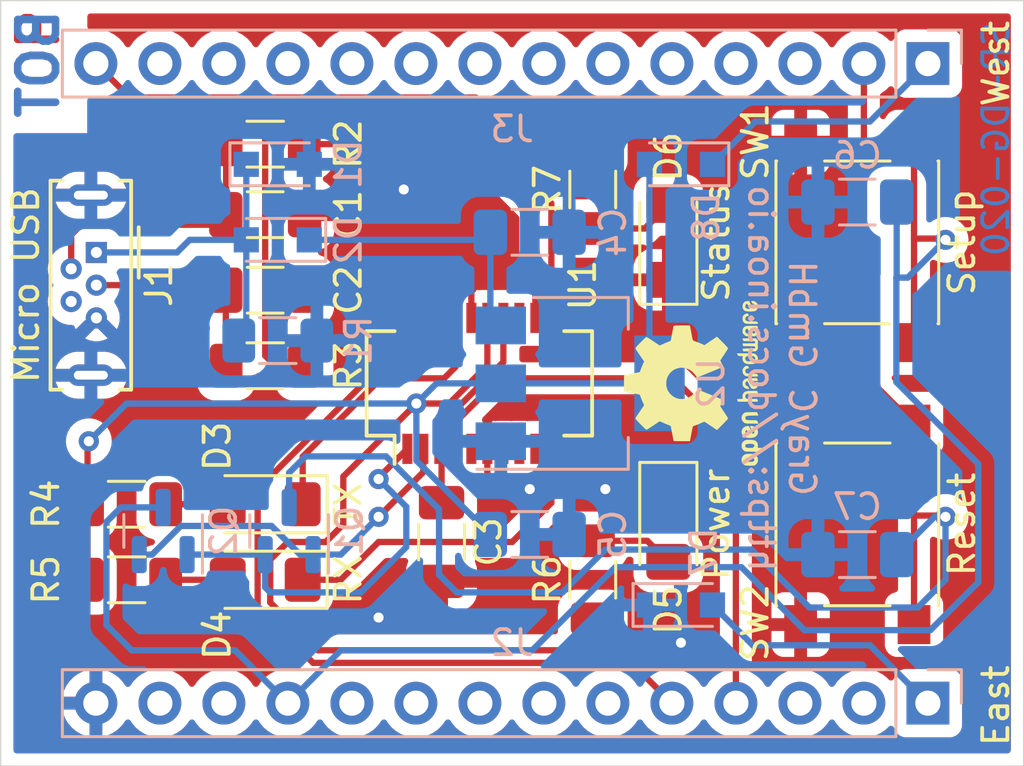
<source format=kicad_pcb>
(kicad_pcb (version 20211014) (generator pcbnew)
  (layers (0 "F.Cu" signal) (31 "B.Cu" signal) (34 "B.Paste" user) (35 "F.Paste" user) (36 "B.SilkS" user "B.Silkscreen") (37 "F.SilkS" user "F.Silkscreen") (38 "B.Mask" user) (39 "F.Mask" user) (44 "Edge.Cuts" user))
  (net 0 "")
  (net 1 "GND")
  (net 2 "Net-(C3-Pad1)")
  (net 3 "+3V3")
  (net 4 "Net-(D1-Pad1)")
  (net 5 "Net-(D3-Pad2)")
  (net 6 "Net-(C4-Pad1)")
  (net 7 "Panel_Setup")
  (net 8 "USB_DM")
  (net 9 "USB_DP")
  (net 10 "Panel_Reset")
  (net 11 "Net-(D5-Pad2)")
  (net 12 "TX_LED")
  (net 13 "Net-(D6-Pad2)")
  (net 14 "RX_LED")
  (net 15 "U0RXD")
  (net 16 "U0TXD")
  (net 17 "Net-(D4-Pad2)")
  (net 18 "Net-(D8-Pad1)")
  (net 29 "Panel_Status")
  (net 41 "Net-(R2-Pad1)")
  (net 42 "Net-(R3-Pad1)")
  (net 49 "Net-(D7-Pad2)")
  (net 50 "FT_~{RTS}")
  (net 51 "FT_~{DTR}")
  (footprint "Symbol:OSHW-Logo2_7.3x6mm_SilkScreen" (layer "F.Cu") (at 147.5 95.2 90)
    (fp_text reference "G1" hide)
    (fp_text value "Logo_Open_Hardware_Small" hide)
  )
  (footprint "Package_SO:SSOP-20_3.9x8.7mm_P0.635mm" (layer "F.Cu") (at 139 95.2 90)
    (fp_text reference "U1" (at 3.9 4.1 90) (layer "F.SilkS"))
    (fp_text value "FT231XS")
    (pad "1" smd rect locked (at -2.6 -2.8575 90) (size 1.2 0.4) (layers "F.Cu" "F.Paste" "F.Mask") (net 51 "FT_~{DTR}"))
    (pad "2" smd rect locked (at -2.6 -2.2225 90) (size 1.2 0.4) (layers "F.Cu" "F.Paste" "F.Mask") (net 50 "FT_~{RTS}"))
    (pad "3" smd rect locked (at -2.6 -1.5875 90) (size 1.2 0.4) (layers "F.Cu" "F.Paste" "F.Mask") (net 2 "Net-(C3-Pad1)"))
    (pad "4" smd rect locked (at -2.6 -0.9525 90) (size 1.2 0.4) (layers "F.Cu" "F.Paste" "F.Mask") (net 16 "U0TXD"))
    (pad "5" smd rect locked (at -2.6 -0.3175 90) (size 1.2 0.4) (layers "F.Cu" "F.Paste" "F.Mask"))
    (pad "6" smd rect locked (at -2.6 0.3175 90) (size 1.2 0.4) (layers "F.Cu" "F.Paste" "F.Mask") (net 1 "GND"))
    (pad "7" smd rect locked (at -2.6 0.9525 90) (size 1.2 0.4) (layers "F.Cu" "F.Paste" "F.Mask"))
    (pad "8" smd rect locked (at -2.6 1.5875 90) (size 1.2 0.4) (layers "F.Cu" "F.Paste" "F.Mask"))
    (pad "9" smd rect locked (at -2.6 2.2225 90) (size 1.2 0.4) (layers "F.Cu" "F.Paste" "F.Mask"))
    (pad "10" smd rect locked (at -2.6 2.8575 90) (size 1.2 0.4) (layers "F.Cu" "F.Paste" "F.Mask") (net 14 "RX_LED"))
    (pad "11" smd rect locked (at 2.6 2.8575 90) (size 1.2 0.4) (layers "F.Cu" "F.Paste" "F.Mask") (net 42 "Net-(R3-Pad1)"))
    (pad "12" smd rect locked (at 2.6 2.2225 90) (size 1.2 0.4) (layers "F.Cu" "F.Paste" "F.Mask") (net 41 "Net-(R2-Pad1)"))
    (pad "13" smd rect locked (at 2.6 1.5875 90) (size 1.2 0.4) (layers "F.Cu" "F.Paste" "F.Mask") (net 2 "Net-(C3-Pad1)"))
    (pad "14" smd rect locked (at 2.6 0.9525 90) (size 1.2 0.4) (layers "F.Cu" "F.Paste" "F.Mask") (net 2 "Net-(C3-Pad1)"))
    (pad "15" smd rect locked (at 2.6 0.3175 90) (size 1.2 0.4) (layers "F.Cu" "F.Paste" "F.Mask") (net 3 "+3V3"))
    (pad "16" smd rect locked (at 2.6 -0.3175 90) (size 1.2 0.4) (layers "F.Cu" "F.Paste" "F.Mask") (net 1 "GND"))
    (pad "17" smd rect locked (at 2.6 -0.9525 90) (size 1.2 0.4) (layers "F.Cu" "F.Paste" "F.Mask") (net 12 "TX_LED"))
    (pad "18" smd rect locked (at 2.6 -1.5875 90) (size 1.2 0.4) (layers "F.Cu" "F.Paste" "F.Mask"))
    (pad "19" smd rect locked (at 2.6 -2.2225 90) (size 1.2 0.4) (layers "F.Cu" "F.Paste" "F.Mask"))
    (pad "20" smd rect locked (at 2.6 -2.8575 90) (size 1.2 0.4) (layers "F.Cu" "F.Paste" "F.Mask") (net 15 "U0RXD"))
  )
  (footprint "Connector_USB:USB_Micro-B_Wuerth_614105150721_Vertical" (layer "F.Cu") (at 123.8 90 -90)
    (fp_text reference "J1" (at 1.3 -2.48 -90) (layer "F.SilkS"))
    (fp_text value "Micro USB" (at 1.3 2.8 -90) (layer "F.SilkS"))
    (pad "1" thru_hole rect (at 0 0 270) (size 0.84 0.84) (drill 0.44) (layers *.Cu *.Mask) (net 4 "Net-(D1-Pad1)"))
    (pad "2" thru_hole circle (at 0.65 1 270) (size 0.84 0.84) (drill 0.44) (layers *.Cu *.Mask) (net 8 "USB_DM"))
    (pad "3" thru_hole circle (at 1.3 0 270) (size 0.84 0.84) (drill 0.44) (layers *.Cu *.Mask) (net 9 "USB_DP"))
    (pad "4" thru_hole circle (at 1.95 1 270) (size 0.84 0.84) (drill 0.44) (layers *.Cu *.Mask))
    (pad "5" thru_hole circle (at 2.6 0 270) (size 0.84 0.84) (drill 0.44) (layers *.Cu *.Mask) (net 1 "GND"))
    (pad "6" thru_hole oval (at 4.875 0.22 270) (size 0.85 1.85) (drill oval 0.35 1.35) (layers *.Cu *.Mask) (net 1 "GND"))
    (pad "6" thru_hole oval (at -2.275 0.22 270) (size 0.85 1.85) (drill oval 0.35 1.35) (layers *.Cu *.Mask) (net 1 "GND"))
  )
  (footprint "Capacitor_SMD:C_1206_3216Metric_Pad1.33x1.80mm_HandSolder" (layer "F.Cu") (at 130.5 88.5)
    (fp_text reference "C1" (at 3.3 0 90) (layer "F.SilkS"))
    (fp_text value "47pF")
    (pad "1" smd roundrect locked (at -1.5625 0) (size 1.325 1.8) (layers "F.Cu" "F.Paste" "F.Mask") (roundrect_rratio 0.188679) (net 8 "USB_DM"))
    (pad "2" smd roundrect locked (at 1.5625 0) (size 1.325 1.8) (layers "F.Cu" "F.Paste" "F.Mask") (roundrect_rratio 0.188679) (net 1 "GND"))
  )
  (footprint "Capacitor_SMD:C_1206_3216Metric_Pad1.33x1.80mm_HandSolder" (layer "F.Cu") (at 130.5 91.5)
    (fp_text reference "C2" (at 3.3 0 90) (layer "F.SilkS"))
    (fp_text value "47pF")
    (pad "1" smd roundrect locked (at -1.5625 0) (size 1.325 1.8) (layers "F.Cu" "F.Paste" "F.Mask") (roundrect_rratio 0.188679) (net 9 "USB_DP"))
    (pad "2" smd roundrect locked (at 1.5625 0) (size 1.325 1.8) (layers "F.Cu" "F.Paste" "F.Mask") (roundrect_rratio 0.188679) (net 1 "GND"))
  )
  (footprint "Capacitor_SMD:C_1206_3216Metric_Pad1.33x1.80mm_HandSolder" (layer "F.Cu") (at 137.5 101.5 -90)
    (fp_text reference "C3" (at 0 -1.85 90) (layer "F.SilkS"))
    (fp_text value "100nF")
    (pad "1" smd roundrect locked (at -1.5625 0 270) (size 1.325 1.8) (layers "F.Cu" "F.Paste" "F.Mask") (roundrect_rratio 0.188679) (net 2 "Net-(C3-Pad1)"))
    (pad "2" smd roundrect locked (at 1.5625 0 270) (size 1.325 1.8) (layers "F.Cu" "F.Paste" "F.Mask") (roundrect_rratio 0.188679) (net 1 "GND"))
  )
  (footprint "LED_SMD:LED_1206_3216Metric_Pad1.42x1.75mm_HandSolder" (layer "F.Cu") (at 130.5 100 180)
    (fp_text reference "D3" (at 1.9 2.3 90) (layer "F.SilkS"))
    (fp_text value "TX" (at -3.3 0 90) (layer "F.SilkS"))
    (pad "1" smd roundrect locked (at -1.4875 0 180) (size 1.425 1.75) (layers "F.Cu" "F.Paste" "F.Mask") (roundrect_rratio 0.175439) (net 12 "TX_LED"))
    (pad "2" smd roundrect locked (at 1.4875 0 180) (size 1.425 1.75) (layers "F.Cu" "F.Paste" "F.Mask") (roundrect_rratio 0.175439) (net 5 "Net-(D3-Pad2)"))
  )
  (footprint "LED_SMD:LED_1206_3216Metric_Pad1.42x1.75mm_HandSolder" (layer "F.Cu") (at 130.5 103 180)
    (fp_text reference "D4" (at 1.9 -2.2 90) (layer "F.SilkS"))
    (fp_text value "RX" (at -3.3 0 270) (layer "F.SilkS"))
    (pad "1" smd roundrect locked (at -1.4875 0 180) (size 1.425 1.75) (layers "F.Cu" "F.Paste" "F.Mask") (roundrect_rratio 0.175439) (net 14 "RX_LED"))
    (pad "2" smd roundrect locked (at 1.4875 0 180) (size 1.425 1.75) (layers "F.Cu" "F.Paste" "F.Mask") (roundrect_rratio 0.175439) (net 17 "Net-(D4-Pad2)"))
  )
  (footprint "Resistor_SMD:R_1206_3216Metric_Pad1.30x1.75mm_HandSolder" (layer "F.Cu") (at 125 100)
    (fp_text reference "R4" (at -3.2 0 90) (layer "F.SilkS"))
    (fp_text value "220R")
    (pad "1" smd roundrect locked (at -1.55 0) (size 1.3 1.75) (layers "F.Cu" "F.Paste" "F.Mask") (roundrect_rratio 0.192308) (net 3 "+3V3"))
    (pad "2" smd roundrect locked (at 1.55 0) (size 1.3 1.75) (layers "F.Cu" "F.Paste" "F.Mask") (roundrect_rratio 0.192308) (net 5 "Net-(D3-Pad2)"))
  )
  (footprint "Resistor_SMD:R_1206_3216Metric_Pad1.30x1.75mm_HandSolder" (layer "F.Cu") (at 143.5 103 90)
    (fp_text reference "R6" (at 0 -1.8 90) (layer "F.SilkS"))
    (fp_text value "220R")
    (pad "1" smd roundrect locked (at -1.55 0 90) (size 1.3 1.75) (layers "F.Cu" "F.Paste" "F.Mask") (roundrect_rratio 0.192308) (net 3 "+3V3"))
    (pad "2" smd roundrect locked (at 1.55 0 90) (size 1.3 1.75) (layers "F.Cu" "F.Paste" "F.Mask") (roundrect_rratio 0.192308) (net 11 "Net-(D5-Pad2)"))
  )
  (footprint "Resistor_SMD:R_1206_3216Metric_Pad1.30x1.75mm_HandSolder" (layer "F.Cu") (at 130.5 85.7 180)
    (fp_text reference "R2" (at -3.3 0 90) (layer "F.SilkS"))
    (fp_text value "27R")
    (pad "1" smd roundrect locked (at -1.55 0 180) (size 1.3 1.75) (layers "F.Cu" "F.Paste" "F.Mask") (roundrect_rratio 0.192308) (net 41 "Net-(R2-Pad1)"))
    (pad "2" smd roundrect locked (at 1.55 0 180) (size 1.3 1.75) (layers "F.Cu" "F.Paste" "F.Mask") (roundrect_rratio 0.192308) (net 8 "USB_DM"))
  )
  (footprint "Resistor_SMD:R_1206_3216Metric_Pad1.30x1.75mm_HandSolder" (layer "F.Cu") (at 130.5 94.5 180)
    (fp_text reference "R3" (at -3.3 0 90) (layer "F.SilkS"))
    (fp_text value "27R")
    (pad "1" smd roundrect locked (at -1.55 0 180) (size 1.3 1.75) (layers "F.Cu" "F.Paste" "F.Mask") (roundrect_rratio 0.192308) (net 42 "Net-(R3-Pad1)"))
    (pad "2" smd roundrect locked (at 1.55 0 180) (size 1.3 1.75) (layers "F.Cu" "F.Paste" "F.Mask") (roundrect_rratio 0.192308) (net 9 "USB_DP"))
  )
  (footprint "LED_SMD:LED_1206_3216Metric_Pad1.42x1.75mm_HandSolder" (layer "F.Cu") (at 146.5 100.8 -90)
    (fp_text reference "D5" (at 3.4 0 90) (layer "F.SilkS"))
    (fp_text value "Power" (at 0 -1.9 90) (layer "F.SilkS"))
    (pad "1" smd roundrect (at -1.4875 0 270) (size 1.425 1.75) (layers "F.Cu" "F.Paste" "F.Mask") (roundrect_rratio 0.175439) (net 1 "GND"))
    (pad "2" smd roundrect (at 1.4875 0 270) (size 1.425 1.75) (layers "F.Cu" "F.Paste" "F.Mask") (roundrect_rratio 0.175439) (net 11 "Net-(D5-Pad2)"))
  )
  (footprint "Button_Switch_SMD:SW_SPST_PTS645" (layer "F.Cu") (at 154 89.6 90)
    (fp_text reference "SW1" (at 4 -4.05 90) (layer "F.SilkS"))
    (fp_text value "Setup" (at 0 4.15 90) (layer "F.SilkS"))
    (pad "1" smd rect (at -3.98 -2.25 90) (size 1.55 1.3) (layers "F.Cu" "F.Paste" "F.Mask") (net 1 "GND"))
    (pad "1" smd rect (at 3.98 -2.25 90) (size 1.55 1.3) (layers "F.Cu" "F.Paste" "F.Mask") (net 1 "GND"))
    (pad "2" smd rect (at 3.98 2.25 90) (size 1.55 1.3) (layers "F.Cu" "F.Paste" "F.Mask") (net 7 "Panel_Setup"))
    (pad "2" smd rect (at -3.98 2.25 90) (size 1.55 1.3) (layers "F.Cu" "F.Paste" "F.Mask") (net 7 "Panel_Setup"))
  )
  (footprint "Button_Switch_SMD:SW_SPST_PTS645" (layer "F.Cu") (at 154 100.8 90)
    (fp_text reference "SW2" (at -3.9 -4.05 90) (layer "F.SilkS"))
    (fp_text value "Reset" (at 0 4.15 90) (layer "F.SilkS"))
    (pad "1" smd rect (at 3.98 -2.25 90) (size 1.55 1.3) (layers "F.Cu" "F.Paste" "F.Mask") (net 1 "GND"))
    (pad "1" smd rect (at -3.98 -2.25 90) (size 1.55 1.3) (layers "F.Cu" "F.Paste" "F.Mask") (net 1 "GND"))
    (pad "2" smd rect (at 3.98 2.25 90) (size 1.55 1.3) (layers "F.Cu" "F.Paste" "F.Mask") (net 10 "Panel_Reset"))
    (pad "2" smd rect (at -3.98 2.25 90) (size 1.55 1.3) (layers "F.Cu" "F.Paste" "F.Mask") (net 10 "Panel_Reset"))
  )
  (footprint "LED_SMD:LED_1206_3216Metric_Pad1.42x1.75mm_HandSolder" (layer "F.Cu") (at 146.5 89.6 90)
    (fp_text reference "D6" (at 3.4 0 90) (layer "F.SilkS"))
    (fp_text value "Status" (at 0 1.9 90) (layer "F.SilkS"))
    (pad "1" smd roundrect (at -1.4875 0 90) (size 1.425 1.75) (layers "F.Cu" "F.Paste" "F.Mask") (roundrect_rratio 0.175439) (net 1 "GND"))
    (pad "2" smd roundrect (at 1.4875 0 90) (size 1.425 1.75) (layers "F.Cu" "F.Paste" "F.Mask") (roundrect_rratio 0.175439) (net 13 "Net-(D6-Pad2)"))
  )
  (footprint "Resistor_SMD:R_1206_3216Metric_Pad1.30x1.75mm_HandSolder" (layer "F.Cu") (at 125 103)
    (fp_text reference "R5" (at -3.2 0 90) (layer "F.SilkS"))
    (fp_text value "220R")
    (pad "1" smd roundrect (at -1.55 0) (size 1.3 1.75) (layers "F.Cu" "F.Paste" "F.Mask") (roundrect_rratio 0.192308) (net 3 "+3V3"))
    (pad "2" smd roundrect (at 1.55 0) (size 1.3 1.75) (layers "F.Cu" "F.Paste" "F.Mask") (roundrect_rratio 0.192308) (net 17 "Net-(D4-Pad2)"))
  )
  (footprint "Resistor_SMD:R_1206_3216Metric_Pad1.30x1.75mm_HandSolder" (layer "F.Cu") (at 143.5 87.5 -90)
    (fp_text reference "R7" (at 0 1.8 90) (layer "F.SilkS"))
    (fp_text value "220R")
    (pad "1" smd roundrect (at -1.55 0 270) (size 1.3 1.75) (layers "F.Cu" "F.Paste" "F.Mask") (roundrect_rratio 0.192308) (net 29 "Panel_Status"))
    (pad "2" smd roundrect (at 1.55 0 270) (size 1.3 1.75) (layers "F.Cu" "F.Paste" "F.Mask") (roundrect_rratio 0.192308) (net 13 "Net-(D6-Pad2)"))
  )
  (footprint "Connector_PinSocket_2.54mm:PinSocket_1x14_P2.54mm_Vertical" (layer "B.Cu") (at 156.8 107.9 90)
    (fp_text reference "J2" (at 2.4 -16.5) (layer "B.SilkS") (effects (justify mirror)))
    (fp_text value "East" hide)
    (pad "1" thru_hole rect locked (at 0 0 90) (size 1.7 1.7) (drill 1) (layers *.Cu *.Mask) (net 49 "Net-(D7-Pad2)"))
    (pad "2" thru_hole oval locked (at 0 -2.54 90) (size 1.7 1.7) (drill 1) (layers *.Cu *.Mask))
    (pad "3" thru_hole oval locked (at 0 -5.08 90) (size 1.7 1.7) (drill 1) (layers *.Cu *.Mask))
    (pad "4" thru_hole oval locked (at 0 -7.62 90) (size 1.7 1.7) (drill 1) (layers *.Cu *.Mask) (net 16 "U0TXD"))
    (pad "5" thru_hole oval locked (at 0 -10.16 90) (size 1.7 1.7) (drill 1) (layers *.Cu *.Mask) (net 15 "U0RXD"))
    (pad "6" thru_hole oval locked (at 0 -12.7 90) (size 1.7 1.7) (drill 1) (layers *.Cu *.Mask))
    (pad "7" thru_hole oval locked (at 0 -15.24 90) (size 1.7 1.7) (drill 1) (layers *.Cu *.Mask))
    (pad "8" thru_hole oval locked (at 0 -17.78 90) (size 1.7 1.7) (drill 1) (layers *.Cu *.Mask))
    (pad "9" thru_hole oval locked (at 0 -20.32 90) (size 1.7 1.7) (drill 1) (layers *.Cu *.Mask))
    (pad "10" thru_hole oval locked (at 0 -22.86 90) (size 1.7 1.7) (drill 1) (layers *.Cu *.Mask))
    (pad "11" thru_hole oval locked (at 0 -25.4 90) (size 1.7 1.7) (drill 1) (layers *.Cu *.Mask) (net 7 "Panel_Setup"))
    (pad "12" thru_hole oval locked (at 0 -27.94 90) (size 1.7 1.7) (drill 1) (layers *.Cu *.Mask))
    (pad "13" thru_hole oval locked (at 0 -30.48 90) (size 1.7 1.7) (drill 1) (layers *.Cu *.Mask))
    (pad "14" thru_hole oval locked (at 0 -33.02 90) (size 1.7 1.7) (drill 1) (layers *.Cu *.Mask) (net 1 "GND"))
  )
  (footprint "Connector_PinSocket_2.54mm:PinSocket_1x14_P2.54mm_Vertical" (layer "B.Cu") (at 156.8 82.5 90)
    (fp_text reference "J3" (at -2.6 -16.5) (layer "B.SilkS") (effects (justify mirror)))
    (fp_text value "West" hide)
    (pad "1" thru_hole rect locked (at 0 0 90) (size 1.7 1.7) (drill 1) (layers *.Cu *.Mask) (net 18 "Net-(D8-Pad1)"))
    (pad "2" thru_hole oval locked (at 0 -2.54 90) (size 1.7 1.7) (drill 1) (layers *.Cu *.Mask) (net 10 "Panel_Reset"))
    (pad "3" thru_hole oval locked (at 0 -5.08 90) (size 1.7 1.7) (drill 1) (layers *.Cu *.Mask))
    (pad "4" thru_hole oval locked (at 0 -7.62 90) (size 1.7 1.7) (drill 1) (layers *.Cu *.Mask))
    (pad "5" thru_hole oval locked (at 0 -10.16 90) (size 1.7 1.7) (drill 1) (layers *.Cu *.Mask))
    (pad "6" thru_hole oval locked (at 0 -12.7 90) (size 1.7 1.7) (drill 1) (layers *.Cu *.Mask))
    (pad "7" thru_hole oval locked (at 0 -15.24 90) (size 1.7 1.7) (drill 1) (layers *.Cu *.Mask))
    (pad "8" thru_hole oval locked (at 0 -17.78 90) (size 1.7 1.7) (drill 1) (layers *.Cu *.Mask))
    (pad "9" thru_hole oval locked (at 0 -20.32 90) (size 1.7 1.7) (drill 1) (layers *.Cu *.Mask))
    (pad "10" thru_hole oval locked (at 0 -22.86 90) (size 1.7 1.7) (drill 1) (layers *.Cu *.Mask))
    (pad "11" thru_hole oval locked (at 0 -25.4 90) (size 1.7 1.7) (drill 1) (layers *.Cu *.Mask))
    (pad "12" thru_hole oval locked (at 0 -27.94 90) (size 1.7 1.7) (drill 1) (layers *.Cu *.Mask))
    (pad "13" thru_hole oval locked (at 0 -30.48 90) (size 1.7 1.7) (drill 1) (layers *.Cu *.Mask))
    (pad "14" thru_hole oval locked (at 0 -33.02 90) (size 1.7 1.7) (drill 1) (layers *.Cu *.Mask) (net 29 "Panel_Status"))
  )
  (footprint "Package_TO_SOT_SMD:SOT-223-3_TabPin2" (layer "B.Cu") (at 143 95.2)
    (fp_text reference "U2" (at 5.2 0 90) (layer "B.SilkS") (effects (justify mirror)))
    (fp_text value "LD1117S33")
    (pad "1" smd rect locked (at -3.15 2.3) (size 2 1.5) (layers "B.Cu" "B.Paste" "B.Mask") (net 1 "GND"))
    (pad "2" smd rect locked (at -3.15 0) (size 2 1.5) (layers "B.Cu" "B.Paste" "B.Mask") (net 3 "+3V3"))
    (pad "2" smd rect locked (at 3.15 0) (size 2 3.8) (layers "B.Cu" "B.Paste" "B.Mask") (net 3 "+3V3"))
    (pad "3" smd rect locked (at -3.15 -2.3) (size 2 1.5) (layers "B.Cu" "B.Paste" "B.Mask") (net 6 "Net-(C4-Pad1)"))
  )
  (footprint "Capacitor_SMD:C_1206_3216Metric_Pad1.33x1.80mm_HandSolder" (layer "B.Cu") (at 141 89.2)
    (fp_text reference "C4" (at 3.3 0 90) (layer "B.SilkS") (effects (justify mirror)))
    (fp_text value "100nF")
    (pad "1" smd roundrect locked (at -1.5625 0) (size 1.325 1.8) (layers "B.Cu" "B.Paste" "B.Mask") (roundrect_rratio 0.188679) (net 6 "Net-(C4-Pad1)"))
    (pad "2" smd roundrect locked (at 1.5625 0) (size 1.325 1.8) (layers "B.Cu" "B.Paste" "B.Mask") (roundrect_rratio 0.188679) (net 1 "GND"))
  )
  (footprint "Capacitor_SMD:C_1206_3216Metric_Pad1.33x1.80mm_HandSolder" (layer "B.Cu") (at 141 101.2)
    (fp_text reference "C5" (at 3.3 0 90) (layer "B.SilkS") (effects (justify mirror)))
    (fp_text value "10uF")
    (pad "1" smd roundrect locked (at -1.5625 0) (size 1.325 1.8) (layers "B.Cu" "B.Paste" "B.Mask") (roundrect_rratio 0.188679) (net 3 "+3V3"))
    (pad "2" smd roundrect locked (at 1.5625 0) (size 1.325 1.8) (layers "B.Cu" "B.Paste" "B.Mask") (roundrect_rratio 0.188679) (net 1 "GND"))
  )
  (footprint "Diode_SMD:D_SOD-323_HandSoldering" (layer "B.Cu") (at 131 86.5)
    (fp_text reference "D1" (at 2.8 0 90) (layer "B.SilkS") (effects (justify mirror)))
    (fp_text value "BZT52C6V2")
    (pad "1" smd rect locked (at -1.25 0) (size 1 1) (layers "B.Cu" "B.Paste" "B.Mask") (net 4 "Net-(D1-Pad1)"))
    (pad "2" smd rect locked (at 1.25 0) (size 1 1) (layers "B.Cu" "B.Paste" "B.Mask") (net 1 "GND"))
  )
  (footprint "Diode_SMD:D_SOD-323_HandSoldering" (layer "B.Cu") (at 131 89.5 180)
    (fp_text reference "D2" (at -2.8 0 90) (layer "B.SilkS") (effects (justify mirror)))
    (fp_text value "1N5819")
    (pad "1" smd rect locked (at -1.25 0 180) (size 1 1) (layers "B.Cu" "B.Paste" "B.Mask") (net 6 "Net-(C4-Pad1)"))
    (pad "2" smd rect locked (at 1.25 0 180) (size 1 1) (layers "B.Cu" "B.Paste" "B.Mask") (net 4 "Net-(D1-Pad1)"))
  )
  (footprint "Diode_SMD:D_SOD-323_HandSoldering" (layer "B.Cu") (at 147 104)
    (fp_text reference "D7" (at 0.9 -2.1 90) (layer "B.SilkS") (effects (justify mirror)))
    (fp_text value "D_Schottky")
    (pad "1" smd rect locked (at -1.25 0) (size 1 1) (layers "B.Cu" "B.Paste" "B.Mask") (net 1 "GND"))
    (pad "2" smd rect locked (at 1.25 0) (size 1 1) (layers "B.Cu" "B.Paste" "B.Mask") (net 49 "Net-(D7-Pad2)"))
  )
  (footprint "Diode_SMD:D_SOD-323_HandSoldering" (layer "B.Cu") (at 147 86.5 180)
    (fp_text reference "D8" (at -1 -2.1 90) (layer "B.SilkS") (effects (justify mirror)))
    (fp_text value "D_Schottky")
    (pad "1" smd rect locked (at -1.25 0 180) (size 1 1) (layers "B.Cu" "B.Paste" "B.Mask") (net 18 "Net-(D8-Pad1)"))
    (pad "2" smd rect locked (at 1.25 0 180) (size 1 1) (layers "B.Cu" "B.Paste" "B.Mask") (net 3 "+3V3"))
  )
  (footprint "Resistor_SMD:R_1206_3216Metric_Pad1.30x1.75mm_HandSolder" (layer "B.Cu") (at 131 93.5)
    (fp_text reference "R1" (at 3.2 0 90) (layer "B.SilkS") (effects (justify mirror)))
    (fp_text value "10k")
    (pad "1" smd roundrect locked (at -1.55 0) (size 1.3 1.75) (layers "B.Cu" "B.Paste" "B.Mask") (roundrect_rratio 0.192308) (net 4 "Net-(D1-Pad1)"))
    (pad "2" smd roundrect locked (at 1.55 0) (size 1.3 1.75) (layers "B.Cu" "B.Paste" "B.Mask") (roundrect_rratio 0.192308) (net 1 "GND"))
  )
  (footprint "Capacitor_SMD:C_1206_3216Metric_Pad1.33x1.80mm_HandSolder" (layer "B.Cu") (at 154 88 180)
    (fp_text reference "C6" (at 0 1.85) (layer "B.SilkS") (effects (justify mirror)))
    (fp_text value "1nF")
    (pad "1" smd roundrect (at -1.5625 0 180) (size 1.325 1.8) (layers "B.Cu" "B.Paste" "B.Mask") (roundrect_rratio 0.188679) (net 7 "Panel_Setup"))
    (pad "2" smd roundrect (at 1.5625 0 180) (size 1.325 1.8) (layers "B.Cu" "B.Paste" "B.Mask") (roundrect_rratio 0.188679) (net 1 "GND"))
  )
  (footprint "Package_TO_SOT_SMD:SOT-23" (layer "B.Cu") (at 126.45 101.0625 90)
    (fp_text reference "Q2" (at 0 2.4 90) (layer "B.SilkS") (effects (justify mirror)))
    (fp_text value "S8050")
    (pad "1" smd roundrect (at -0.9375 0.95 90) (size 1.475 0.6) (layers "B.Cu" "B.Paste" "B.Mask") (net 51 "FT_~{DTR}"))
    (pad "2" smd roundrect (at -0.9375 -0.95 90) (size 1.475 0.6) (layers "B.Cu" "B.Paste" "B.Mask") (net 50 "FT_~{RTS}"))
    (pad "3" smd roundrect (at 0.9375 0 90) (size 1.475 0.6) (layers "B.Cu" "B.Paste" "B.Mask") (net 7 "Panel_Setup"))
  )
  (footprint "Capacitor_SMD:C_1206_3216Metric_Pad1.33x1.80mm_HandSolder" (layer "B.Cu") (at 154 102 180)
    (fp_text reference "C7" (at 0 1.9) (layer "B.SilkS") (effects (justify mirror)))
    (fp_text value "1nF")
    (pad "1" smd roundrect (at -1.5625 0 180) (size 1.325 1.8) (layers "B.Cu" "B.Paste" "B.Mask") (roundrect_rratio 0.188679) (net 10 "Panel_Reset"))
    (pad "2" smd roundrect (at 1.5625 0 180) (size 1.325 1.8) (layers "B.Cu" "B.Paste" "B.Mask") (roundrect_rratio 0.188679) (net 1 "GND"))
  )
  (footprint "Package_TO_SOT_SMD:SOT-23" (layer "B.Cu") (at 131.45 101.0625 90)
    (fp_text reference "Q1" (at 0 2.4 90) (layer "B.SilkS") (effects (justify mirror)))
    (fp_text value "S8050")
    (pad "1" smd roundrect (at -0.9375 0.95 90) (size 1.475 0.6) (layers "B.Cu" "B.Paste" "B.Mask") (net 50 "FT_~{RTS}"))
    (pad "2" smd roundrect (at -0.9375 -0.95 90) (size 1.475 0.6) (layers "B.Cu" "B.Paste" "B.Mask") (net 51 "FT_~{DTR}"))
    (pad "3" smd roundrect (at 0.9375 0 90) (size 1.475 0.6) (layers "B.Cu" "B.Paste" "B.Mask") (net 10 "Panel_Reset"))
  )
  (gr_line (start 120 110.4) (end 120 80) (layer "Edge.Cuts") (width 0.05))
  (gr_line (start 160.6 110.4) (end 120 110.4) (layer "Edge.Cuts") (width 0.05))
  (gr_line (start 160.6 80) (end 160.6 110.4) (layer "Edge.Cuts") (width 0.05))
  (gr_line (start 120 80) (end 160.6 80) (layer "Edge.Cuts") (width 0.05))
  (gr_text "TOP" (at 121.5 82.5 90) (layer "F.Cu") (effects (font (size 1.5 1.5) (thickness 0.3))))
  (gr_text "BOT" (at 121.5 82.5 90) (layer "B.Cu") (effects (font (size 1.5 1.5) (thickness 0.3)) (justify mirror)))
  (gr_text "SR-DG-020" (at 159.5 85.5 90) (layer "B.Cu") (effects (font (size 1 1)) (justify mirror)))
  (gr_text "GrayC GmbH\nhttps://docs.inoa.io" (at 151 95 270) (layer "B.SilkS") (effects (font (size 1 1)) (justify mirror)))
  (gr_text "West" (at 159.5 82.5 90) (layer "F.SilkS") (effects (font (size 1 1))))
  (gr_text "East" (at 159.5 108 90) (layer "F.SilkS") (effects (font (size 1 1))))
  (segment (start 139.3175 97.8) (end 139.3175 96.8175) (width 0.25) (layer "F.Cu") (net 1))
  (segment (start 139.3175 97.8) (end 139.3175 98.8825) (width 0.25) (layer "F.Cu") (net 1))
  (segment (start 138.6825 92.6) (end 138.6825 91.5175) (width 0.25) (layer "F.Cu") (net 1))
  (via (at 147 105.5) (size 0.8) (drill 0.4) (layers "F.Cu" "B.Cu") (net 1))
  (via (at 136 87.5) (size 0.8) (drill 0.4) (layers "F.Cu" "B.Cu") (net 1))
  (via (at 135 104.5) (size 0.8) (drill 0.4) (layers "F.Cu" "B.Cu") (net 1))
  (via (at 144 99.4) (size 0.8) (drill 0.4) (layers "F.Cu" "B.Cu") (net 1))
  (via (at 141 99.4) (size 0.8) (drill 0.4) (layers "F.Cu" "B.Cu") (net 1))
  (segment (start 137.5 99.9375) (end 137.5 97.8875) (width 0.25) (layer "F.Cu") (net 2))
  (segment (start 137.5 97.8875) (end 137.4125 97.8) (width 0.25) (layer "F.Cu") (net 2))
  (segment (start 137.4125 97.8) (end 137.4125 96.8875) (width 0.25) (layer "F.Cu") (net 2))
  (segment (start 140.5875 92.6) (end 139.9525 92.6) (width 0.25) (layer "F.Cu") (net 2))
  (segment (start 139.9525 94.3475) (end 139.9525 92.6) (width 0.25) (layer "F.Cu") (net 2))
  (segment (start 137.4125 96.8875) (end 139.9525 94.3475) (width 0.25) (layer "F.Cu") (net 2))
  (segment (start 137.805012 96) (end 136.5 96) (width 0.25) (layer "F.Cu") (net 3))
  (segment (start 139.3175 94.487512) (end 137.805012 96) (width 0.25) (layer "F.Cu") (net 3))
  (segment (start 143.1 105.8) (end 143.5 105.4) (width 0.25) (layer "F.Cu") (net 3))
  (segment (start 132.9 101.5) (end 131.4 101.5) (width 0.25) (layer "F.Cu") (net 3))
  (segment (start 132.6 105.8) (end 143.1 105.8) (width 0.25) (layer "F.Cu") (net 3))
  (segment (start 133.6 100.8) (end 132.9 101.5) (width 0.25) (layer "F.Cu") (net 3))
  (segment (start 131.4 101.5) (end 130.7 102.2) (width 0.25) (layer "F.Cu") (net 3))
  (segment (start 136.5 96) (end 133.6 98.9) (width 0.25) (layer "F.Cu") (net 3))
  (segment (start 143.5 105.4) (end 143.5 104.55) (width 0.25) (layer "F.Cu") (net 3))
  (segment (start 130.7 103.9) (end 132.6 105.8) (width 0.25) (layer "F.Cu") (net 3))
  (segment (start 139.3175 92.6) (end 139.3175 94.487512) (width 0.25) (layer "F.Cu") (net 3))
  (segment (start 123.45 100) (end 123.45 103) (width 0.25) (layer "F.Cu") (net 3))
  (segment (start 130.7 102.2) (end 130.7 103.9) (width 0.25) (layer "F.Cu") (net 3))
  (segment (start 123.45 100) (end 123.45 97.55) (width 0.25) (layer "F.Cu") (net 3))
  (segment (start 133.6 98.9) (end 133.6 100.8) (width 0.25) (layer "F.Cu") (net 3))
  (segment (start 123.45 97.55) (end 123.5 97.5) (width 0.25) (layer "F.Cu") (net 3))
  (via (at 123.5 97.5) (size 0.8) (drill 0.4) (layers "F.Cu" "B.Cu") (net 3))
  (via (at 136.5 96) (size 0.8) (drill 0.4) (layers "F.Cu" "B.Cu") (net 3))
  (segment (start 139.4375 101.2) (end 136.5 98.2625) (width 0.25) (layer "B.Cu") (net 3))
  (segment (start 145.75 86.5) (end 145.75 94.8) (width 0.25) (layer "B.Cu") (net 3))
  (segment (start 139.85 95.2) (end 137.3 95.2) (width 0.25) (layer "B.Cu") (net 3))
  (segment (start 139.85 95.2) (end 146.15 95.2) (width 0.25) (layer "B.Cu") (net 3))
  (segment (start 137.3 95.2) (end 136.5 96) (width 0.25) (layer "B.Cu") (net 3))
  (segment (start 125 96) (end 123.5 97.5) (width 0.25) (layer "B.Cu") (net 3))
  (segment (start 136.5 98.2625) (end 136.5 96) (width 0.25) (layer "B.Cu") (net 3))
  (segment (start 136.5 96) (end 125 96) (width 0.25) (layer "B.Cu") (net 3))
  (segment (start 145.75 94.8) (end 146.15 95.2) (width 0.25) (layer "B.Cu") (net 3))
  (segment (start 127 90) (end 123.8 90) (width 0.25) (layer "B.Cu") (net 4))
  (segment (start 129.75 89.5) (end 129.75 93.2) (width 0.25) (layer "B.Cu") (net 4))
  (segment (start 127.5 89.5) (end 127 90) (width 0.25) (layer "B.Cu") (net 4))
  (segment (start 129.75 93.2) (end 129.45 93.5) (width 0.25) (layer "B.Cu") (net 4))
  (segment (start 129.75 86.5) (end 129.75 89.5) (width 0.25) (layer "B.Cu") (net 4))
  (segment (start 129.75 89.5) (end 127.5 89.5) (width 0.25) (layer "B.Cu") (net 4))
  (segment (start 126.55 100) (end 129.0125 100) (width 0.25) (layer "F.Cu") (net 5))
  (segment (start 139.4375 89.2) (end 139.4375 92.4875) (width 0.25) (layer "B.Cu") (net 6))
  (segment (start 132.25 89.5) (end 139.1375 89.5) (width 0.25) (layer "B.Cu") (net 6))
  (segment (start 139.4375 92.4875) (end 139.85 92.9) (width 0.25) (layer "B.Cu") (net 6))
  (segment (start 139.1375 89.5) (end 139.4375 89.2) (width 0.25) (layer "B.Cu") (net 6))
  (segment (start 156.25 89.45) (end 156.25 93.58) (width 0.25) (layer "F.Cu") (net 7))
  (segment (start 156.25 89.45) (end 157.45 89.45) (width 0.25) (layer "F.Cu") (net 7))
  (segment (start 156.25 85.62) (end 156.25 89.45) (width 0.25) (layer "F.Cu") (net 7))
  (segment (start 157.45 89.45) (end 157.5 89.5) (width 0.25) (layer "F.Cu") (net 7))
  (via (at 157.5 89.5) (size 0.8) (drill 0.4) (layers "F.Cu" "B.Cu") (net 7))
  (segment (start 144.4 102.5) (end 141.1 105.8) (width 0.25) (layer "B.Cu") (net 7))
  (segment (start 151.9 105) (end 149.4 102.5) (width 0.25) (layer "B.Cu") (net 7))
  (segment (start 126.45 100.125) (end 124.775 100.125) (width 0.25) (layer "B.Cu") (net 7))
  (segment (start 125.2 105.8) (end 129.3 105.8) (width 0.25) (layer "B.Cu") (net 7))
  (segment (start 155.5625 88) (end 155.5625 90.9875) (width 0.25) (layer "B.Cu") (net 7))
  (segment (start 155.55 91) (end 156 91) (width 0.25) (layer "B.Cu") (net 7))
  (segment (start 129.3 105.8) (end 131.4 107.9) (width 0.25) (layer "B.Cu") (net 7))
  (segment (start 124.2 100.7) (end 124.2 104.8) (width 0.25) (layer "B.Cu") (net 7))
  (segment (start 155.55 91) (end 155.55 95.15) (width 0.25) (layer "B.Cu") (net 7))
  (segment (start 158.8 103.1) (end 156.9 105) (width 0.25) (layer "B.Cu") (net 7))
  (segment (start 155.5625 90.9875) (end 155.55 91) (width 0.25) (layer "B.Cu") (net 7))
  (segment (start 156.9 105) (end 151.9 105) (width 0.25) (layer "B.Cu") (net 7))
  (segment (start 133.5 105.8) (end 141.1 105.8) (width 0.25) (layer "B.Cu") (net 7))
  (segment (start 124.2 104.8) (end 125.2 105.8) (width 0.25) (layer "B.Cu") (net 7))
  (segment (start 124.775 100.125) (end 124.2 100.7) (width 0.25) (layer "B.Cu") (net 7))
  (segment (start 158.8 98.4) (end 158.8 103.1) (width 0.25) (layer "B.Cu") (net 7))
  (segment (start 149.4 102.5) (end 144.4 102.5) (width 0.25) (layer "B.Cu") (net 7))
  (segment (start 156 91) (end 157.5 89.5) (width 0.25) (layer "B.Cu") (net 7))
  (segment (start 131.4 107.9) (end 133.5 105.8) (width 0.25) (layer "B.Cu") (net 7))
  (segment (start 155.55 95.15) (end 158.8 98.4) (width 0.25) (layer "B.Cu") (net 7))
  (segment (start 128.95 85.7) (end 128.95 88.4875) (width 0.25) (layer "F.Cu") (net 8))
  (segment (start 123.2 88.9) (end 128.5375 88.9) (width 0.25) (layer "F.Cu") (net 8))
  (segment (start 122.8 89.3) (end 123.2 88.9) (width 0.25) (layer "F.Cu") (net 8))
  (segment (start 122.8 90.65) (end 122.8 89.3) (width 0.25) (layer "F.Cu") (net 8))
  (segment (start 128.95 88.4875) (end 128.9375 88.5) (width 0.25) (layer "F.Cu") (net 8))
  (segment (start 128.5375 88.9) (end 128.9375 88.5) (width 0.25) (layer "F.Cu") (net 8))
  (segment (start 123.8 91.3) (end 128.7375 91.3) (width 0.25) (layer "F.Cu") (net 9))
  (segment (start 128.9375 91.5) (end 128.9375 94.4875) (width 0.25) (layer "F.Cu") (net 9))
  (segment (start 128.7375 91.3) (end 128.9375 91.5) (width 0.25) (layer "F.Cu") (net 9))
  (segment (start 128.9375 94.4875) (end 128.95 94.5) (width 0.25) (layer "F.Cu") (net 9))
  (segment (start 154.26 82.5) (end 154.26 94.83) (width 0.25) (layer "F.Cu") (net 10))
  (segment (start 156.25 96.82) (end 156.25 100.45) (width 0.25) (layer "F.Cu") (net 10))
  (segment (start 154.26 94.83) (end 156.25 96.82) (width 0.25) (layer "F.Cu") (net 10))
  (segment (start 156.25 100.45) (end 156.25 104.78) (width 0.25) (layer "F.Cu") (net 10))
  (segment (start 156.25 100.45) (end 157.45 100.45) (width 0.25) (layer "F.Cu") (net 10))
  (segment (start 157.45 100.45) (end 157.5 100.5) (width 0.25) (layer "F.Cu") (net 10))
  (via (at 157.5 100.5) (size 0.8) (drill 0.4) (layers "F.Cu" "B.Cu") (net 10))
  (segment (start 157.5 100.5) (end 157.5 103) (width 0.25) (layer "B.Cu") (net 10))
  (segment (start 135.3 98.1) (end 132.1 98.1) (width 0.25) (layer "B.Cu") (net 10))
  (segment (start 132.1 98.1) (end 131.45 98.75) (width 0.25) (layer "B.Cu") (net 10))
  (segment (start 149.8 101.8) (end 144 101.8) (width 0.25) (layer "B.Cu") (net 10))
  (segment (start 142.3 103.5) (end 138.1 103.5) (width 0.25) (layer "B.Cu") (net 10))
  (segment (start 157.5 103) (end 156.4 104.1) (width 0.25) (layer "B.Cu") (net 10))
  (segment (start 157.0625 100.5) (end 155.5625 102) (width 0.25) (layer "B.Cu") (net 10))
  (segment (start 157.5 100.5) (end 157.0625 100.5) (width 0.25) (layer "B.Cu") (net 10))
  (segment (start 138.1 103.5) (end 137.4 102.8) (width 0.25) (layer "B.Cu") (net 10))
  (segment (start 156.4 104.1) (end 152.1 104.1) (width 0.25) (layer "B.Cu") (net 10))
  (segment (start 131.45 98.75) (end 131.45 100.125) (width 0.25) (layer "B.Cu") (net 10))
  (segment (start 152.1 104.1) (end 149.8 101.8) (width 0.25) (layer "B.Cu") (net 10))
  (segment (start 144 101.8) (end 142.3 103.5) (width 0.25) (layer "B.Cu") (net 10))
  (segment (start 137.4 102.8) (end 137.4 100.2) (width 0.25) (layer "B.Cu") (net 10))
  (segment (start 137.4 100.2) (end 135.3 98.1) (width 0.25) (layer "B.Cu") (net 10))
  (segment (start 145.6625 101.45) (end 146.5 102.2875) (width 0.25) (layer "F.Cu") (net 11))
  (segment (start 143.5 101.45) (end 145.6625 101.45) (width 0.25) (layer "F.Cu") (net 11))
  (segment (start 137.6 95) (end 138.0475 94.5525) (width 0.25) (layer "F.Cu") (net 12))
  (segment (start 131.9875 100) (end 131.9875 98.1125) (width 0.25) (layer "F.Cu") (net 12))
  (segment (start 135.1 95) (end 137.6 95) (width 0.25) (layer "F.Cu") (net 12))
  (segment (start 138.0475 94.5525) (end 138.0475 92.6) (width 0.25) (layer "F.Cu") (net 12))
  (segment (start 131.9875 98.1125) (end 135.1 95) (width 0.25) (layer "F.Cu") (net 12))
  (segment (start 145.5625 89.05) (end 146.5 88.1125) (width 0.25) (layer "F.Cu") (net 13))
  (segment (start 143.5 89.05) (end 145.5625 89.05) (width 0.25) (layer "F.Cu") (net 13))
  (segment (start 135 101.5) (end 140.3 101.5) (width 0.25) (layer "F.Cu") (net 14))
  (segment (start 131.9875 103) (end 133.5 103) (width 0.25) (layer "F.Cu") (net 14))
  (segment (start 140.3 101.5) (end 141.8575 99.9425) (width 0.25) (layer "F.Cu") (net 14))
  (segment (start 141.8575 99.9425) (end 141.8575 97.8) (width 0.25) (layer "F.Cu") (net 14))
  (segment (start 133.5 103) (end 135 101.5) (width 0.25) (layer "F.Cu") (net 14))
  (segment (start 132.4 106.3) (end 145.04 106.3) (width 0.25) (layer "F.Cu") (net 15))
  (segment (start 130.2 104.1) (end 132.4 106.3) (width 0.25) (layer "F.Cu") (net 15))
  (segment (start 130.2 99.4) (end 130.2 104.1) (width 0.25) (layer "F.Cu") (net 15))
  (segment (start 136.1425 93.462512) (end 130.5 99.105012) (width 0.25) (layer "F.Cu") (net 15))
  (segment (start 130.494988 99.105012) (end 130.2 99.4) (width 0.25) (layer "F.Cu") (net 15))
  (segment (start 130.5 99.105012) (end 130.494988 99.105012) (width 0.25) (layer "F.Cu") (net 15))
  (segment (start 136.1425 92.6) (end 136.1425 93.462512) (width 0.25) (layer "F.Cu") (net 15))
  (segment (start 145.04 106.3) (end 146.64 107.9) (width 0.25) (layer "F.Cu") (net 15))
  (segment (start 146.7 95) (end 149.18 97.48) (width 0.25) (layer "F.Cu") (net 16))
  (segment (start 138.0475 96.747488) (end 139.794988 95) (width 0.25) (layer "F.Cu") (net 16))
  (segment (start 139.794988 95) (end 146.7 95) (width 0.25) (layer "F.Cu") (net 16))
  (segment (start 138.0475 97.8) (end 138.0475 96.747488) (width 0.25) (layer "F.Cu") (net 16))
  (segment (start 149.18 97.48) (end 149.18 107.9) (width 0.25) (layer "F.Cu") (net 16))
  (segment (start 126.55 103) (end 129.0125 103) (width 0.25) (layer "F.Cu") (net 17))
  (segment (start 154.5 84.8) (end 149.95 84.8) (width 0.25) (layer "B.Cu") (net 18))
  (segment (start 149.95 84.8) (end 148.25 86.5) (width 0.25) (layer "B.Cu") (net 18))
  (segment (start 156.8 82.5) (end 154.5 84.8) (width 0.25) (layer "B.Cu") (net 18))
  (segment (start 138.85048 83.85048) (end 140.95 85.95) (width 0.25) (layer "F.Cu") (net 29))
  (segment (start 125.130481 83.850481) (end 138.85048 83.85048) (width 0.25) (layer "F.Cu") (net 29))
  (segment (start 140.95 85.95) (end 143.5 85.95) (width 0.25) (layer "F.Cu") (net 29))
  (segment (start 123.78 82.5) (end 125.130481 83.850481) (width 0.25) (layer "F.Cu") (net 29))
  (segment (start 141.2225 88.3225) (end 141.2225 92.6) (width 0.25) (layer "F.Cu") (net 41))
  (segment (start 132.05 85.7) (end 138.6 85.7) (width 0.25) (layer "F.Cu") (net 41))
  (segment (start 138.6 85.7) (end 141.2225 88.3225) (width 0.25) (layer "F.Cu") (net 41))
  (segment (start 130.5 84.9) (end 131 84.4) (width 0.25) (layer "F.Cu") (net 42))
  (segment (start 132.05 94.5) (end 130.9 94.5) (width 0.25) (layer "F.Cu") (net 42))
  (segment (start 130.9 94.5) (end 130.5 94.1) (width 0.25) (layer "F.Cu") (net 42))
  (segment (start 133.9 85.1) (end 138.9 85.1) (width 0.25) (layer "F.Cu") (net 42))
  (segment (start 131 84.4) (end 133.2 84.4) (width 0.25) (layer "F.Cu") (net 42))
  (segment (start 130.5 94.1) (end 130.5 84.9) (width 0.25) (layer "F.Cu") (net 42))
  (segment (start 138.9 85.1) (end 141.8575 88.0575) (width 0.25) (layer "F.Cu") (net 42))
  (segment (start 133.2 84.4) (end 133.9 85.1) (width 0.25) (layer "F.Cu") (net 42))
  (segment (start 141.8575 88.0575) (end 141.8575 92.6) (width 0.25) (layer "F.Cu") (net 42))
  (segment (start 156.8 107.9) (end 154.5 105.6) (width 0.25) (layer "B.Cu") (net 49))
  (segment (start 149.85 105.6) (end 148.25 104) (width 0.25) (layer "B.Cu") (net 49))
  (segment (start 154.5 105.6) (end 149.85 105.6) (width 0.25) (layer "B.Cu") (net 49))
  (segment (start 135 100.5) (end 136.7775 98.7225) (width 0.25) (layer "F.Cu") (net 50))
  (segment (start 136.7775 98.7225) (end 136.7775 97.8) (width 0.25) (layer "F.Cu") (net 50))
  (via (at 135 100.5) (size 0.8) (drill 0.4) (layers "F.Cu" "B.Cu") (net 50))
  (segment (start 135 100.5) (end 133.5 102) (width 0.25) (layer "B.Cu") (net 50))
  (segment (start 131.8875 102) (end 130.75 100.8625) (width 0.25) (layer "B.Cu") (net 50))
  (segment (start 132.4 102) (end 131.8875 102) (width 0.25) (layer "B.Cu") (net 50))
  (segment (start 126.0125 102) (end 125.5 102) (width 0.25) (layer "B.Cu") (net 50))
  (segment (start 130.75 100.8625) (end 127.15 100.8625) (width 0.25) (layer "B.Cu") (net 50))
  (segment (start 133.5 102) (end 132.4 102) (width 0.25) (layer "B.Cu") (net 50))
  (segment (start 127.15 100.8625) (end 126.0125 102) (width 0.25) (layer "B.Cu") (net 50))
  (segment (start 135 99) (end 135 98.9425) (width 0.25) (layer "F.Cu") (net 51))
  (segment (start 135 98.9425) (end 136.1425 97.8) (width 0.25) (layer "F.Cu") (net 51))
  (via (at 135 99) (size 0.8) (drill 0.4) (layers "F.Cu" "B.Cu") (net 51))
  (segment (start 135 99) (end 136.1 100.1) (width 0.25) (layer "B.Cu") (net 51))
  (segment (start 136.1 100.1) (end 136.1 101.7) (width 0.25) (layer "B.Cu") (net 51))
  (segment (start 130.7 103.5) (end 130.5 103.3) (width 0.25) (layer "B.Cu") (net 51))
  (segment (start 134.3 103.5) (end 130.7 103.5) (width 0.25) (layer "B.Cu") (net 51))
  (segment (start 136.1 101.7) (end 134.3 103.5) (width 0.25) (layer "B.Cu") (net 51))
  (segment (start 130.5 102) (end 127.4 102) (width 0.25) (layer "B.Cu") (net 51))
  (segment (start 130.5 103.3) (end 130.5 102) (width 0.25) (layer "B.Cu") (net 51))
  (zone (net 1) (net_name "GND") (layer "F.Cu") (connect_pads (clearance 0.508)) (min_thickness 0.254) (fill yes (thermal_gap 0.508) (thermal_bridge_width 0.508))
    (polygon (pts (xy 160.6 110.4) (xy 120 110.4) (xy 120 80) (xy 160.6 80)))
  )
  (zone (net 1) (net_name "GND") (layer "B.Cu") (connect_pads (clearance 0.508)) (min_thickness 0.254) (fill yes (thermal_gap 0.508) (thermal_bridge_width 0.508))
    (polygon (pts (xy 160.6 110.4) (xy 120 110.4) (xy 120 80) (xy 160.6 80)))
  )
)
</source>
